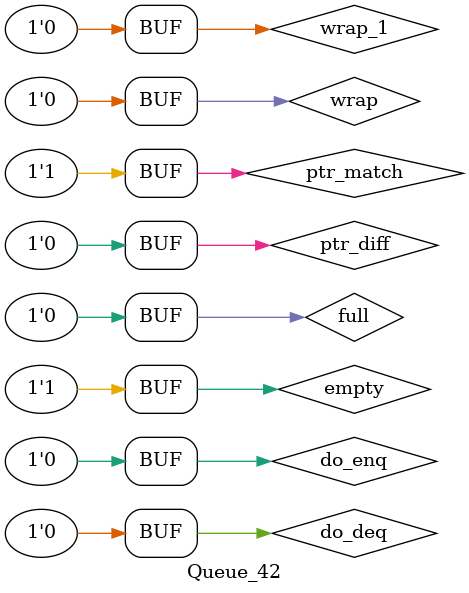
<source format=sv>
`ifndef RANDOMIZE
  `ifdef RANDOMIZE_MEM_INIT
    `define RANDOMIZE
  `endif // RANDOMIZE_MEM_INIT
`endif // not def RANDOMIZE
`ifndef RANDOMIZE
  `ifdef RANDOMIZE_REG_INIT
    `define RANDOMIZE
  `endif // RANDOMIZE_REG_INIT
`endif // not def RANDOMIZE

`ifndef RANDOM
  `define RANDOM $random
`endif // not def RANDOM

// Users can define INIT_RANDOM as general code that gets injected into the
// initializer block for modules with registers.
`ifndef INIT_RANDOM
  `define INIT_RANDOM
`endif // not def INIT_RANDOM

// If using random initialization, you can also define RANDOMIZE_DELAY to
// customize the delay used, otherwise 0.002 is used.
`ifndef RANDOMIZE_DELAY
  `define RANDOMIZE_DELAY 0.002
`endif // not def RANDOMIZE_DELAY

// Define INIT_RANDOM_PROLOG_ for use in our modules below.
`ifndef INIT_RANDOM_PROLOG_
  `ifdef RANDOMIZE
    `ifdef VERILATOR
      `define INIT_RANDOM_PROLOG_ `INIT_RANDOM
    `else  // VERILATOR
      `define INIT_RANDOM_PROLOG_ `INIT_RANDOM #`RANDOMIZE_DELAY begin end
    `endif // VERILATOR
  `else  // RANDOMIZE
    `define INIT_RANDOM_PROLOG_
  `endif // RANDOMIZE
`endif // not def INIT_RANDOM_PROLOG_

// Include register initializers in init blocks unless synthesis is set
`ifndef SYNTHESIS
  `ifndef ENABLE_INITIAL_REG_
    `define ENABLE_INITIAL_REG_
  `endif // not def ENABLE_INITIAL_REG_
`endif // not def SYNTHESIS

// Include rmemory initializers in init blocks unless synthesis is set
`ifndef SYNTHESIS
  `ifndef ENABLE_INITIAL_MEM_
    `define ENABLE_INITIAL_MEM_
  `endif // not def ENABLE_INITIAL_MEM_
`endif // not def SYNTHESIS

// Standard header to adapt well known macros for prints and assertions.

// Users can define 'PRINTF_COND' to add an extra gate to prints.
`ifndef PRINTF_COND_
  `ifdef PRINTF_COND
    `define PRINTF_COND_ (`PRINTF_COND)
  `else  // PRINTF_COND
    `define PRINTF_COND_ 1
  `endif // PRINTF_COND
`endif // not def PRINTF_COND_

// Users can define 'ASSERT_VERBOSE_COND' to add an extra gate to assert error printing.
`ifndef ASSERT_VERBOSE_COND_
  `ifdef ASSERT_VERBOSE_COND
    `define ASSERT_VERBOSE_COND_ (`ASSERT_VERBOSE_COND)
  `else  // ASSERT_VERBOSE_COND
    `define ASSERT_VERBOSE_COND_ 1
  `endif // ASSERT_VERBOSE_COND
`endif // not def ASSERT_VERBOSE_COND_

// Users can define 'STOP_COND' to add an extra gate to stop conditions.
`ifndef STOP_COND_
  `ifdef STOP_COND
    `define STOP_COND_ (`STOP_COND)
  `else  // STOP_COND
    `define STOP_COND_ 1
  `endif // STOP_COND
`endif // not def STOP_COND_

module Queue_42();
  wire ptr_match = 1'h1;	// src/main/scala/chisel3/util/Decoupled.scala:278:33, :279:25
  wire empty = 1'h1;	// src/main/scala/chisel3/util/Decoupled.scala:278:33, :279:25
  wire full = 1'h0;	// src/main/scala/chisel3/util/Counter.scala:73:24, src/main/scala/chisel3/util/Decoupled.scala:280:24, :281:27, :282:27, :327:32
  wire do_enq = 1'h0;	// src/main/scala/chisel3/util/Counter.scala:73:24, src/main/scala/chisel3/util/Decoupled.scala:280:24, :281:27, :282:27, :327:32
  wire do_deq = 1'h0;	// src/main/scala/chisel3/util/Counter.scala:73:24, src/main/scala/chisel3/util/Decoupled.scala:280:24, :281:27, :282:27, :327:32
  wire wrap = 1'h0;	// src/main/scala/chisel3/util/Counter.scala:73:24, src/main/scala/chisel3/util/Decoupled.scala:280:24, :281:27, :282:27, :327:32
  wire wrap_1 = 1'h0;	// src/main/scala/chisel3/util/Counter.scala:73:24, src/main/scala/chisel3/util/Decoupled.scala:280:24, :281:27, :282:27, :327:32
  wire ptr_diff = 1'h0;	// src/main/scala/chisel3/util/Counter.scala:73:24, src/main/scala/chisel3/util/Decoupled.scala:280:24, :281:27, :282:27, :327:32
endmodule


</source>
